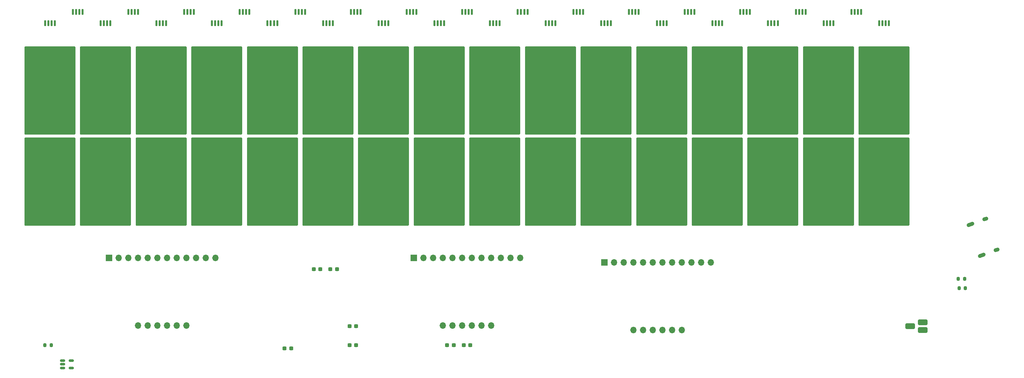
<source format=gtl>
%TF.GenerationSoftware,KiCad,Pcbnew,(6.0.7)*%
%TF.CreationDate,2023-08-09T20:53:38+08:00*%
%TF.ProjectId,chu_main,6368755f-6d61-4696-9e2e-6b696361645f,rev?*%
%TF.SameCoordinates,Original*%
%TF.FileFunction,Copper,L1,Top*%
%TF.FilePolarity,Positive*%
%FSLAX46Y46*%
G04 Gerber Fmt 4.6, Leading zero omitted, Abs format (unit mm)*
G04 Created by KiCad (PCBNEW (6.0.7)) date 2023-08-09 20:53:38*
%MOMM*%
%LPD*%
G01*
G04 APERTURE LIST*
G04 Aperture macros list*
%AMRoundRect*
0 Rectangle with rounded corners*
0 $1 Rounding radius*
0 $2 $3 $4 $5 $6 $7 $8 $9 X,Y pos of 4 corners*
0 Add a 4 corners polygon primitive as box body*
4,1,4,$2,$3,$4,$5,$6,$7,$8,$9,$2,$3,0*
0 Add four circle primitives for the rounded corners*
1,1,$1+$1,$2,$3*
1,1,$1+$1,$4,$5*
1,1,$1+$1,$6,$7*
1,1,$1+$1,$8,$9*
0 Add four rect primitives between the rounded corners*
20,1,$1+$1,$2,$3,$4,$5,0*
20,1,$1+$1,$4,$5,$6,$7,0*
20,1,$1+$1,$6,$7,$8,$9,0*
20,1,$1+$1,$8,$9,$2,$3,0*%
%AMHorizOval*
0 Thick line with rounded ends*
0 $1 width*
0 $2 $3 position (X,Y) of the first rounded end (center of the circle)*
0 $4 $5 position (X,Y) of the second rounded end (center of the circle)*
0 Add line between two ends*
20,1,$1,$2,$3,$4,$5,0*
0 Add two circle primitives to create the rounded ends*
1,1,$1,$2,$3*
1,1,$1,$4,$5*%
G04 Aperture macros list end*
%TA.AperFunction,SMDPad,CuDef*%
%ADD10RoundRect,0.110000X0.110000X0.640000X-0.110000X0.640000X-0.110000X-0.640000X0.110000X-0.640000X0*%
%TD*%
%TA.AperFunction,SMDPad,CuDef*%
%ADD11RoundRect,0.257692X6.442308X11.342308X-6.442308X11.342308X-6.442308X-11.342308X6.442308X-11.342308X0*%
%TD*%
%TA.AperFunction,SMDPad,CuDef*%
%ADD12RoundRect,0.200000X-0.200000X-0.275000X0.200000X-0.275000X0.200000X0.275000X-0.200000X0.275000X0*%
%TD*%
%TA.AperFunction,SMDPad,CuDef*%
%ADD13RoundRect,0.257692X-6.442308X-11.342308X6.442308X-11.342308X6.442308X11.342308X-6.442308X11.342308X0*%
%TD*%
%TA.AperFunction,SMDPad,CuDef*%
%ADD14RoundRect,0.237500X-0.300000X-0.237500X0.300000X-0.237500X0.300000X0.237500X-0.300000X0.237500X0*%
%TD*%
%TA.AperFunction,SMDPad,CuDef*%
%ADD15RoundRect,0.150000X-0.512500X-0.150000X0.512500X-0.150000X0.512500X0.150000X-0.512500X0.150000X0*%
%TD*%
%TA.AperFunction,ComponentPad*%
%ADD16O,1.700000X1.700000*%
%TD*%
%TA.AperFunction,ComponentPad*%
%ADD17R,1.700000X1.700000*%
%TD*%
%TA.AperFunction,ComponentPad*%
%ADD18HorizOval,1.000000X-0.516831X-0.188111X0.516831X0.188111X0*%
%TD*%
%TA.AperFunction,ComponentPad*%
%ADD19HorizOval,1.000000X-0.281908X-0.102606X0.281908X0.102606X0*%
%TD*%
%TA.AperFunction,ComponentPad*%
%ADD20RoundRect,0.300000X0.950000X-0.450000X0.950000X0.450000X-0.950000X0.450000X-0.950000X-0.450000X0*%
%TD*%
G04 APERTURE END LIST*
D10*
%TO.P,D29,4*%
%TO.N,N/C*%
X310371000Y-62424000D03*
%TO.P,D29,3*%
X309521000Y-62424000D03*
%TO.P,D29,2*%
X308671000Y-62424000D03*
%TO.P,D29,1*%
X307821000Y-62424000D03*
%TD*%
D11*
%TO.P,K32,1,Pin_1*%
%TO.N,Net-(K32-Pad1)*%
X323696000Y-104074000D03*
%TD*%
D10*
%TO.P,D13,4*%
%TO.N,N/C*%
X193571000Y-62424000D03*
%TO.P,D13,3*%
X192721000Y-62424000D03*
%TO.P,D13,2*%
X191871000Y-62424000D03*
%TO.P,D13,1*%
X191021000Y-62424000D03*
%TD*%
D12*
%TO.P,R20,2*%
%TO.N,GND*%
X344821000Y-129584000D03*
%TO.P,R20,1*%
%TO.N,Net-(R20-Pad1)*%
X343171000Y-129584000D03*
%TD*%
D10*
%TO.P,D22,4*%
%TO.N,N/C*%
X259271000Y-59424000D03*
%TO.P,D22,3*%
X258421000Y-59424000D03*
%TO.P,D22,2*%
X257571000Y-59424000D03*
%TO.P,D22,1*%
X256721000Y-59424000D03*
%TD*%
%TO.P,D1,4*%
%TO.N,N/C*%
X105971000Y-62424000D03*
%TO.P,D1,3*%
X105121000Y-62424000D03*
%TO.P,D1,2*%
X104271000Y-62424000D03*
%TO.P,D1,1*%
X103421000Y-62424000D03*
%TD*%
D11*
%TO.P,K10,1,Pin_1*%
%TO.N,Net-(K10-Pad1)*%
X163096000Y-104074000D03*
%TD*%
D13*
%TO.P,K3,1,Pin_1*%
%TO.N,Net-(K3-Pad1)*%
X119296000Y-80074000D03*
%TD*%
D10*
%TO.P,D25,4*%
%TO.N,N/C*%
X281171000Y-62424000D03*
%TO.P,D25,3*%
X280321000Y-62424000D03*
%TO.P,D25,2*%
X279471000Y-62424000D03*
%TO.P,D25,1*%
X278621000Y-62424000D03*
%TD*%
%TO.P,D26,4*%
%TO.N,N/C*%
X288471000Y-59424000D03*
%TO.P,D26,3*%
X287621000Y-59424000D03*
%TO.P,D26,2*%
X286771000Y-59424000D03*
%TO.P,D26,1*%
X285921000Y-59424000D03*
%TD*%
%TO.P,D2,4*%
%TO.N,N/C*%
X113271000Y-59424000D03*
%TO.P,D2,3*%
X112421000Y-59424000D03*
%TO.P,D2,2*%
X111571000Y-59424000D03*
%TO.P,D2,1*%
X110721000Y-59424000D03*
%TD*%
%TO.P,D14,4*%
%TO.N,N/C*%
X200871000Y-59424000D03*
%TO.P,D14,3*%
X200021000Y-59424000D03*
%TO.P,D14,2*%
X199171000Y-59424000D03*
%TO.P,D14,1*%
X198321000Y-59424000D03*
%TD*%
D13*
%TO.P,K23,1,Pin_1*%
%TO.N,Net-(K23-Pad1)*%
X265296000Y-80074000D03*
%TD*%
%TO.P,K13,1,Pin_1*%
%TO.N,Net-(K13-Pad1)*%
X192296000Y-80074000D03*
%TD*%
D12*
%TO.P,R4,2*%
%TO.N,Net-(R4-Pad2)*%
X105021000Y-147074000D03*
%TO.P,R4,1*%
%TO.N,Net-(D1-PadI)*%
X103371000Y-147074000D03*
%TD*%
D10*
%TO.P,D24,4*%
%TO.N,N/C*%
X273871000Y-59424000D03*
%TO.P,D24,3*%
X273021000Y-59424000D03*
%TO.P,D24,2*%
X272171000Y-59424000D03*
%TO.P,D24,1*%
X271321000Y-59424000D03*
%TD*%
D13*
%TO.P,K1,1,Pin_1*%
%TO.N,Net-(K1-Pad1)*%
X104696000Y-80074000D03*
%TD*%
D14*
%TO.P,C2,2*%
%TO.N,GND*%
X180058500Y-127074000D03*
%TO.P,C2,1*%
%TO.N,+5V*%
X178333500Y-127074000D03*
%TD*%
D11*
%TO.P,K8,1,Pin_1*%
%TO.N,Net-(K8-Pad1)*%
X148496000Y-104074000D03*
%TD*%
D10*
%TO.P,D15,4*%
%TO.N,N/C*%
X208171000Y-62424000D03*
%TO.P,D15,3*%
X207321000Y-62424000D03*
%TO.P,D15,2*%
X206471000Y-62424000D03*
%TO.P,D15,1*%
X205621000Y-62424000D03*
%TD*%
%TO.P,D9,4*%
%TO.N,N/C*%
X164371000Y-62424000D03*
%TO.P,D9,3*%
X163521000Y-62424000D03*
%TO.P,D9,2*%
X162671000Y-62424000D03*
%TO.P,D9,1*%
X161821000Y-62424000D03*
%TD*%
D11*
%TO.P,K2,1,Pin_1*%
%TO.N,Net-(K2-Pad1)*%
X104696000Y-104074000D03*
%TD*%
D10*
%TO.P,D19,4*%
%TO.N,N/C*%
X237371000Y-62424000D03*
%TO.P,D19,3*%
X236521000Y-62424000D03*
%TO.P,D19,2*%
X235671000Y-62424000D03*
%TO.P,D19,1*%
X234821000Y-62424000D03*
%TD*%
%TO.P,D4,4*%
%TO.N,N/C*%
X127871000Y-59424000D03*
%TO.P,D4,3*%
X127021000Y-59424000D03*
%TO.P,D4,2*%
X126171000Y-59424000D03*
%TO.P,D4,1*%
X125321000Y-59424000D03*
%TD*%
D13*
%TO.P,K9,1,Pin_1*%
%TO.N,Net-(K9-Pad1)*%
X163096000Y-80074000D03*
%TD*%
D10*
%TO.P,D7,4*%
%TO.N,N/C*%
X149771000Y-62424000D03*
%TO.P,D7,3*%
X148921000Y-62424000D03*
%TO.P,D7,2*%
X148071000Y-62424000D03*
%TO.P,D7,1*%
X147221000Y-62424000D03*
%TD*%
D14*
%TO.P,C4,2*%
%TO.N,GND*%
X168018500Y-147924000D03*
%TO.P,C4,1*%
%TO.N,+3V3*%
X166293500Y-147924000D03*
%TD*%
D13*
%TO.P,K25,1,Pin_1*%
%TO.N,Net-(K25-Pad1)*%
X279896000Y-80074000D03*
%TD*%
D10*
%TO.P,D18,4*%
%TO.N,N/C*%
X230071000Y-59424000D03*
%TO.P,D18,3*%
X229221000Y-59424000D03*
%TO.P,D18,2*%
X228371000Y-59424000D03*
%TO.P,D18,1*%
X227521000Y-59424000D03*
%TD*%
D11*
%TO.P,K30,1,Pin_1*%
%TO.N,Net-(K30-Pad1)*%
X309096000Y-104074000D03*
%TD*%
D10*
%TO.P,D20,4*%
%TO.N,N/C*%
X244671000Y-59424000D03*
%TO.P,D20,3*%
X243821000Y-59424000D03*
%TO.P,D20,2*%
X242971000Y-59424000D03*
%TO.P,D20,1*%
X242121000Y-59424000D03*
%TD*%
D13*
%TO.P,K21,1,Pin_1*%
%TO.N,Net-(K21-Pad1)*%
X250696000Y-80074000D03*
%TD*%
D11*
%TO.P,K4,1,Pin_1*%
%TO.N,Net-(K4-Pad1)*%
X119296000Y-104074000D03*
%TD*%
D13*
%TO.P,K7,1,Pin_1*%
%TO.N,Net-(K7-Pad1)*%
X148496000Y-80074000D03*
%TD*%
D11*
%TO.P,K16,1,Pin_1*%
%TO.N,Net-(K16-Pad1)*%
X206896000Y-104074000D03*
%TD*%
D10*
%TO.P,D8,4*%
%TO.N,N/C*%
X157071000Y-59424000D03*
%TO.P,D8,3*%
X156221000Y-59424000D03*
%TO.P,D8,2*%
X155371000Y-59424000D03*
%TO.P,D8,1*%
X154521000Y-59424000D03*
%TD*%
D14*
%TO.P,C3,2*%
%TO.N,GND*%
X185058500Y-147074000D03*
%TO.P,C3,1*%
%TO.N,+5V*%
X183333500Y-147074000D03*
%TD*%
D12*
%TO.P,R21,2*%
%TO.N,GND*%
X345021000Y-132074000D03*
%TO.P,R21,1*%
%TO.N,Net-(R21-Pad1)*%
X343371000Y-132074000D03*
%TD*%
D10*
%TO.P,D28,4*%
%TO.N,N/C*%
X303071000Y-59424000D03*
%TO.P,D28,3*%
X302221000Y-59424000D03*
%TO.P,D28,2*%
X301371000Y-59424000D03*
%TO.P,D28,1*%
X300521000Y-59424000D03*
%TD*%
D11*
%TO.P,K24,1,Pin_1*%
%TO.N,Net-(K24-Pad1)*%
X265296000Y-104074000D03*
%TD*%
%TO.P,K18,1,Pin_1*%
%TO.N,Net-(K18-Pad1)*%
X221496000Y-104074000D03*
%TD*%
%TO.P,K6,1,Pin_1*%
%TO.N,Net-(K6-Pad1)*%
X133896000Y-104074000D03*
%TD*%
D10*
%TO.P,D16,4*%
%TO.N,N/C*%
X215471000Y-59424000D03*
%TO.P,D16,3*%
X214621000Y-59424000D03*
%TO.P,D16,2*%
X213771000Y-59424000D03*
%TO.P,D16,1*%
X212921000Y-59424000D03*
%TD*%
D14*
%TO.P,C6,2*%
%TO.N,GND*%
X215058500Y-147074000D03*
%TO.P,C6,1*%
%TO.N,+3V3*%
X213333500Y-147074000D03*
%TD*%
D10*
%TO.P,D5,4*%
%TO.N,N/C*%
X135171000Y-62424000D03*
%TO.P,D5,3*%
X134321000Y-62424000D03*
%TO.P,D5,2*%
X133471000Y-62424000D03*
%TO.P,D5,1*%
X132621000Y-62424000D03*
%TD*%
%TO.P,D12,4*%
%TO.N,N/C*%
X186271000Y-59424000D03*
%TO.P,D12,3*%
X185421000Y-59424000D03*
%TO.P,D12,2*%
X184571000Y-59424000D03*
%TO.P,D12,1*%
X183721000Y-59424000D03*
%TD*%
D13*
%TO.P,K15,1,Pin_1*%
%TO.N,Net-(K15-Pad1)*%
X206896000Y-80074000D03*
%TD*%
D11*
%TO.P,K20,1,Pin_1*%
%TO.N,Net-(K20-Pad1)*%
X236096000Y-104074000D03*
%TD*%
D10*
%TO.P,D10,4*%
%TO.N,N/C*%
X171671000Y-59424000D03*
%TO.P,D10,3*%
X170821000Y-59424000D03*
%TO.P,D10,2*%
X169971000Y-59424000D03*
%TO.P,D10,1*%
X169121000Y-59424000D03*
%TD*%
D11*
%TO.P,K22,1,Pin_1*%
%TO.N,Net-(K22-Pad1)*%
X250696000Y-104074000D03*
%TD*%
D10*
%TO.P,D31,4*%
%TO.N,N/C*%
X324971000Y-62424000D03*
%TO.P,D31,3*%
X324121000Y-62424000D03*
%TO.P,D31,2*%
X323271000Y-62424000D03*
%TO.P,D31,1*%
X322421000Y-62424000D03*
%TD*%
D13*
%TO.P,K5,1,Pin_1*%
%TO.N,Net-(K5-Pad1)*%
X133896000Y-80074000D03*
%TD*%
D10*
%TO.P,D21,4*%
%TO.N,N/C*%
X251971000Y-62424000D03*
%TO.P,D21,3*%
X251121000Y-62424000D03*
%TO.P,D21,2*%
X250271000Y-62424000D03*
%TO.P,D21,1*%
X249421000Y-62424000D03*
%TD*%
%TO.P,D11,4*%
%TO.N,N/C*%
X178971000Y-62424000D03*
%TO.P,D11,3*%
X178121000Y-62424000D03*
%TO.P,D11,2*%
X177271000Y-62424000D03*
%TO.P,D11,1*%
X176421000Y-62424000D03*
%TD*%
D14*
%TO.P,C7,2*%
%TO.N,GND*%
X210708500Y-147074000D03*
%TO.P,C7,1*%
%TO.N,+3V3*%
X208983500Y-147074000D03*
%TD*%
D10*
%TO.P,D6,4*%
%TO.N,N/C*%
X142471000Y-59424000D03*
%TO.P,D6,3*%
X141621000Y-59424000D03*
%TO.P,D6,2*%
X140771000Y-59424000D03*
%TO.P,D6,1*%
X139921000Y-59424000D03*
%TD*%
D11*
%TO.P,K26,1,Pin_1*%
%TO.N,Net-(K26-Pad1)*%
X279896000Y-104074000D03*
%TD*%
D13*
%TO.P,K19,1,Pin_1*%
%TO.N,Net-(K19-Pad1)*%
X236096000Y-80074000D03*
%TD*%
D11*
%TO.P,K28,1,Pin_1*%
%TO.N,Net-(K28-Pad1)*%
X294496000Y-104074000D03*
%TD*%
D13*
%TO.P,K31,1,Pin_1*%
%TO.N,Net-(K31-Pad1)*%
X323696000Y-80074000D03*
%TD*%
D10*
%TO.P,D23,4*%
%TO.N,N/C*%
X266571000Y-62424000D03*
%TO.P,D23,3*%
X265721000Y-62424000D03*
%TO.P,D23,2*%
X264871000Y-62424000D03*
%TO.P,D23,1*%
X264021000Y-62424000D03*
%TD*%
D11*
%TO.P,K14,1,Pin_1*%
%TO.N,Net-(K14-Pad1)*%
X192296000Y-104074000D03*
%TD*%
D10*
%TO.P,D27,4*%
%TO.N,N/C*%
X295771000Y-62424000D03*
%TO.P,D27,3*%
X294921000Y-62424000D03*
%TO.P,D27,2*%
X294071000Y-62424000D03*
%TO.P,D27,1*%
X293221000Y-62424000D03*
%TD*%
%TO.P,D3,4*%
%TO.N,N/C*%
X120571000Y-62424000D03*
%TO.P,D3,3*%
X119721000Y-62424000D03*
%TO.P,D3,2*%
X118871000Y-62424000D03*
%TO.P,D3,1*%
X118021000Y-62424000D03*
%TD*%
D14*
%TO.P,C1,2*%
%TO.N,GND*%
X185058500Y-142074000D03*
%TO.P,C1,1*%
%TO.N,+5V*%
X183333500Y-142074000D03*
%TD*%
D13*
%TO.P,K11,1,Pin_1*%
%TO.N,Net-(K11-Pad1)*%
X177696000Y-80074000D03*
%TD*%
%TO.P,K29,1,Pin_1*%
%TO.N,Net-(K29-Pad1)*%
X309096000Y-80074000D03*
%TD*%
D15*
%TO.P,U8,5,VCC*%
%TO.N,+5V*%
X110333500Y-151124000D03*
%TO.P,U8,4,Y*%
%TO.N,Net-(D1-PadI)*%
X110333500Y-153024000D03*
%TO.P,U8,3,GND*%
%TO.N,GND*%
X108058500Y-153024000D03*
%TO.P,U8,2,A*%
%TO.N,Net-(R4-Pad2)*%
X108058500Y-152074000D03*
%TO.P,U8,1,NC*%
%TO.N,unconnected-(U8-Pad1)*%
X108058500Y-151124000D03*
%TD*%
D11*
%TO.P,K12,1,Pin_1*%
%TO.N,Net-(K12-Pad1)*%
X177696000Y-104074000D03*
%TD*%
D14*
%TO.P,C5,2*%
%TO.N,GND*%
X175708500Y-127074000D03*
%TO.P,C5,1*%
%TO.N,+3V3*%
X173983500Y-127074000D03*
%TD*%
D10*
%TO.P,D17,4*%
%TO.N,N/C*%
X222771000Y-62424000D03*
%TO.P,D17,3*%
X221921000Y-62424000D03*
%TO.P,D17,2*%
X221071000Y-62424000D03*
%TO.P,D17,1*%
X220221000Y-62424000D03*
%TD*%
D13*
%TO.P,K27,1,Pin_1*%
%TO.N,Net-(K27-Pad1)*%
X294496000Y-80074000D03*
%TD*%
D10*
%TO.P,D30,4*%
%TO.N,N/C*%
X317671000Y-59424000D03*
%TO.P,D30,3*%
X316821000Y-59424000D03*
%TO.P,D30,2*%
X315971000Y-59424000D03*
%TO.P,D30,1*%
X315121000Y-59424000D03*
%TD*%
D13*
%TO.P,K17,1,Pin_1*%
%TO.N,Net-(K17-Pad1)*%
X221496000Y-80074000D03*
%TD*%
D16*
%TO.P,U3,20,VDD*%
%TO.N,+3V3*%
X140546000Y-141854000D03*
%TO.P,U3,19,LED7/ELE11*%
%TO.N,Net-(K12-Pad1)*%
X148166000Y-124074000D03*
%TO.P,U3,18,LED6/ELE10*%
%TO.N,Net-(K11-Pad1)*%
X145626000Y-124074000D03*
%TO.P,U3,17,LED5/ELE9*%
%TO.N,Net-(K10-Pad1)*%
X143086000Y-124074000D03*
%TO.P,U3,16,LED4/ELE8*%
%TO.N,Net-(K9-Pad1)*%
X140546000Y-124074000D03*
%TO.P,U3,15,LED3/ELE7*%
%TO.N,Net-(K8-Pad1)*%
X138006000Y-124074000D03*
%TO.P,U3,14,LED2/ELE6*%
%TO.N,Net-(K7-Pad1)*%
X135466000Y-124074000D03*
%TO.P,U3,13,LED1/ELE5*%
%TO.N,Net-(K6-Pad1)*%
X132926000Y-124074000D03*
%TO.P,U3,12,LED0/ELE4*%
%TO.N,Net-(K5-Pad1)*%
X130386000Y-124074000D03*
%TO.P,U3,11,ELE3*%
%TO.N,Net-(K4-Pad1)*%
X127846000Y-124074000D03*
%TO.P,U3,10,ELE2*%
%TO.N,Net-(K3-Pad1)*%
X125306000Y-124074000D03*
%TO.P,U3,9,ELE1*%
%TO.N,Net-(K2-Pad1)*%
X122766000Y-124074000D03*
D17*
%TO.P,U3,8,ELE0*%
%TO.N,Net-(K1-Pad1)*%
X120226000Y-124074000D03*
D16*
%TO.P,U3,6,VSS*%
%TO.N,GND*%
X127846000Y-141854000D03*
%TO.P,U3,4,ADDR*%
X130386000Y-141854000D03*
%TO.P,U3,3,SDA*%
%TO.N,/SDA*%
X132926000Y-141854000D03*
%TO.P,U3,2,SCL*%
%TO.N,/SCL*%
X135466000Y-141854000D03*
%TO.P,U3,1,~{IRQ}*%
%TO.N,unconnected-(U3-Pad1)*%
X138006000Y-141854000D03*
%TD*%
%TO.P,U4,20,VDD*%
%TO.N,+3V3*%
X220546000Y-141854000D03*
%TO.P,U4,19,LED7/ELE11*%
%TO.N,Net-(K24-Pad1)*%
X228166000Y-124074000D03*
%TO.P,U4,18,LED6/ELE10*%
%TO.N,Net-(K23-Pad1)*%
X225626000Y-124074000D03*
%TO.P,U4,17,LED5/ELE9*%
%TO.N,Net-(K22-Pad1)*%
X223086000Y-124074000D03*
%TO.P,U4,16,LED4/ELE8*%
%TO.N,Net-(K21-Pad1)*%
X220546000Y-124074000D03*
%TO.P,U4,15,LED3/ELE7*%
%TO.N,Net-(K20-Pad1)*%
X218006000Y-124074000D03*
%TO.P,U4,14,LED2/ELE6*%
%TO.N,Net-(K19-Pad1)*%
X215466000Y-124074000D03*
%TO.P,U4,13,LED1/ELE5*%
%TO.N,Net-(K18-Pad1)*%
X212926000Y-124074000D03*
%TO.P,U4,12,LED0/ELE4*%
%TO.N,Net-(K17-Pad1)*%
X210386000Y-124074000D03*
%TO.P,U4,11,ELE3*%
%TO.N,Net-(K16-Pad1)*%
X207846000Y-124074000D03*
%TO.P,U4,10,ELE2*%
%TO.N,Net-(K15-Pad1)*%
X205306000Y-124074000D03*
%TO.P,U4,9,ELE1*%
%TO.N,Net-(K14-Pad1)*%
X202766000Y-124074000D03*
D17*
%TO.P,U4,8,ELE0*%
%TO.N,Net-(K13-Pad1)*%
X200226000Y-124074000D03*
D16*
%TO.P,U4,6,VSS*%
%TO.N,GND*%
X207846000Y-141854000D03*
%TO.P,U4,4,ADDR*%
%TO.N,/B0*%
X210386000Y-141854000D03*
%TO.P,U4,3,SDA*%
%TO.N,/SDA*%
X212926000Y-141854000D03*
%TO.P,U4,2,SCL*%
%TO.N,/SCL*%
X215466000Y-141854000D03*
%TO.P,U4,1,~{IRQ}*%
%TO.N,unconnected-(U4-Pad1)*%
X218006000Y-141854000D03*
%TD*%
D18*
%TO.P,USB1,13,SHIELD*%
%TO.N,unconnected-(USB1-Pad13)*%
X346347357Y-115333424D03*
X349302411Y-123452369D03*
D19*
X353230326Y-122022724D03*
X350275272Y-113903780D03*
%TD*%
D16*
%TO.P,U5,20,VDD*%
%TO.N,+3V3*%
X270546000Y-143054000D03*
%TO.P,U5,19,LED7/ELE11*%
%TO.N,unconnected-(U5-Pad19)*%
X278166000Y-125274000D03*
%TO.P,U5,18,LED6/ELE10*%
%TO.N,unconnected-(U5-Pad18)*%
X275626000Y-125274000D03*
%TO.P,U5,17,LED5/ELE9*%
%TO.N,unconnected-(U5-Pad17)*%
X273086000Y-125274000D03*
%TO.P,U5,16,LED4/ELE8*%
%TO.N,unconnected-(U5-Pad16)*%
X270546000Y-125274000D03*
%TO.P,U5,15,LED3/ELE7*%
%TO.N,Net-(K32-Pad1)*%
X268006000Y-125274000D03*
%TO.P,U5,14,LED2/ELE6*%
%TO.N,Net-(K31-Pad1)*%
X265466000Y-125274000D03*
%TO.P,U5,13,LED1/ELE5*%
%TO.N,Net-(K30-Pad1)*%
X262926000Y-125274000D03*
%TO.P,U5,12,LED0/ELE4*%
%TO.N,Net-(K29-Pad1)*%
X260386000Y-125274000D03*
%TO.P,U5,11,ELE3*%
%TO.N,Net-(K28-Pad1)*%
X257846000Y-125274000D03*
%TO.P,U5,10,ELE2*%
%TO.N,Net-(K27-Pad1)*%
X255306000Y-125274000D03*
%TO.P,U5,9,ELE1*%
%TO.N,Net-(K26-Pad1)*%
X252766000Y-125274000D03*
D17*
%TO.P,U5,8,ELE0*%
%TO.N,Net-(K25-Pad1)*%
X250226000Y-125274000D03*
D16*
%TO.P,U5,6,VSS*%
%TO.N,GND*%
X257846000Y-143054000D03*
%TO.P,U5,4,ADDR*%
%TO.N,/SDA*%
X260386000Y-143054000D03*
%TO.P,U5,3,SDA*%
X262926000Y-143054000D03*
%TO.P,U5,2,SCL*%
%TO.N,/SCL*%
X265466000Y-143054000D03*
%TO.P,U5,1,~{IRQ}*%
%TO.N,unconnected-(U5-Pad1)*%
X268006000Y-143054000D03*
%TD*%
D20*
%TO.P,U1,TP3,TP3*%
%TO.N,Net-(U1-PadTP3)*%
X333866000Y-143074000D03*
%TO.P,U1,TP2,TP2*%
%TO.N,Net-(U1-PadTP2)*%
X333846000Y-141074000D03*
%TO.P,U1,TP1,TP1*%
%TO.N,GND*%
X330566000Y-142074000D03*
%TD*%
M02*

</source>
